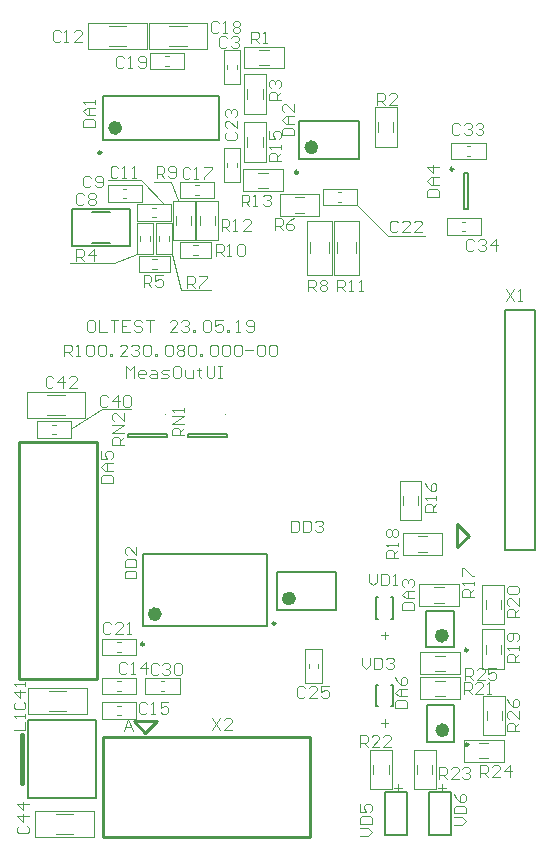
<source format=gto>
G04 Layer_Color=65535*
%FSLAX44Y44*%
%MOMM*%
G71*
G01*
G75*
%ADD36C,0.2000*%
%ADD52C,0.6000*%
%ADD53C,0.2500*%
%ADD54C,0.1000*%
%ADD55C,0.1524*%
%ADD56C,0.2540*%
%ADD57C,0.1270*%
%ADD58C,0.4000*%
D36*
X174000Y545500D02*
Y582500D01*
X76000Y545500D02*
Y582500D01*
X174000D01*
X76000Y545500D02*
X174000D01*
X321000Y66000D02*
Y84000D01*
X307000Y66000D02*
Y84000D01*
X319250D02*
X321000D01*
X319250Y66000D02*
X321000D01*
X307000Y84000D02*
X308750D01*
X307000Y66000D02*
X308750D01*
X321000Y140000D02*
Y158000D01*
X307000Y140000D02*
Y158000D01*
X319250D02*
X321000D01*
X319250Y140000D02*
X321000D01*
X307000Y158000D02*
X308750D01*
X307000Y140000D02*
X308750D01*
X273000Y147000D02*
Y179000D01*
X223000Y147000D02*
Y179000D01*
X273000D01*
X223000Y147000D02*
X273000D01*
X214500Y133750D02*
Y194250D01*
X109500Y133750D02*
Y194250D01*
X214500D01*
X109500Y133750D02*
X214500D01*
X372998Y35500D02*
Y66500D01*
X349997Y35500D02*
Y66500D01*
Y35500D02*
X372998D01*
X349997Y66500D02*
X372998D01*
X384500Y486500D02*
Y517500D01*
X381500Y486500D02*
Y517500D01*
Y486500D02*
X384500D01*
X381500Y517500D02*
X384500D01*
X372500Y115500D02*
Y146500D01*
X349500Y115500D02*
Y146500D01*
Y115500D02*
X372500D01*
X349500Y146500D02*
X372500D01*
X292000Y529000D02*
Y561000D01*
X242000Y529000D02*
Y561000D01*
X292000D01*
X242000Y529000D02*
X292000D01*
X66500Y484000D02*
X81500D01*
X66500Y458000D02*
X81500D01*
D52*
X89000Y555500D02*
G03*
X89000Y555500I-3000J0D01*
G01*
X236000Y157000D02*
G03*
X236000Y157000I-3000J0D01*
G01*
X122500Y143750D02*
G03*
X122500Y143750I-3000J0D01*
G01*
X365998Y45500D02*
G03*
X365998Y45500I-3000J0D01*
G01*
X365500Y125500D02*
G03*
X365500Y125500I-3000J0D01*
G01*
X255000Y539000D02*
G03*
X255000Y539000I-3000J0D01*
G01*
D53*
X74250Y534500D02*
G03*
X74250Y534500I-1250J0D01*
G01*
X221700Y135750D02*
G03*
X221700Y135750I-1250J0D01*
G01*
X110300Y118250D02*
G03*
X110300Y118250I-1250J0D01*
G01*
X384997Y33250D02*
G03*
X384997Y33250I-1250J0D01*
G01*
X372250Y520500D02*
G03*
X372250Y520500I-1250J0D01*
G01*
X384500Y113250D02*
G03*
X384500Y113250I-1250J0D01*
G01*
X240700Y517750D02*
G03*
X240700Y517750I-1250J0D01*
G01*
D54*
X179740Y312780D02*
G03*
X179740Y312780I-500J0D01*
G01*
X128740D02*
G03*
X128740Y312780I-500J0D01*
G01*
X75000Y317000D02*
X99000D01*
X49000Y301000D02*
X75000Y317000D01*
X32500Y304000D02*
X35500D01*
X32500Y296000D02*
X35500D01*
X19500Y293000D02*
Y307000D01*
Y293000D02*
X48500D01*
Y307000D01*
X19500D02*
X48500D01*
X400500Y54000D02*
Y62000D01*
X413500Y54000D02*
Y62000D01*
X397750Y74750D02*
X416250D01*
X397750Y41250D02*
Y74750D01*
Y41250D02*
X416250D01*
Y74750D01*
X356000Y153500D02*
X364000D01*
X356000Y166500D02*
X364000D01*
X343250Y150750D02*
Y169250D01*
Y150750D02*
X376750D01*
Y169250D01*
X343250D02*
X376750D01*
X357000Y108500D02*
X365000D01*
X357000Y95500D02*
X365000D01*
X377750Y92750D02*
Y111250D01*
X344250D02*
X377750D01*
X344250Y92750D02*
Y111250D01*
Y92750D02*
X377750D01*
X394000Y21500D02*
X402000D01*
X394000Y34500D02*
X402000D01*
X381250Y18750D02*
Y37250D01*
Y18750D02*
X414750D01*
Y37250D01*
X381250D02*
X414750D01*
X354500Y8000D02*
Y16000D01*
X341500Y8000D02*
Y16000D01*
X338750Y-4750D02*
X357250D01*
Y28750D01*
X338750D02*
X357250D01*
X338750Y-4750D02*
Y28750D01*
X317500Y8000D02*
Y16000D01*
X304500Y8000D02*
Y16000D01*
X301750Y-4750D02*
X320250D01*
Y28750D01*
X301750D02*
X320250D01*
X301750Y-4750D02*
Y28750D01*
X357000Y74500D02*
X365000D01*
X357000Y87500D02*
X365000D01*
X344250Y71750D02*
Y90250D01*
Y71750D02*
X377750D01*
Y90250D01*
X344250D02*
X377750D01*
X399500Y148000D02*
Y156000D01*
X412500Y148000D02*
Y156000D01*
X396750Y168750D02*
X415250D01*
X396750Y135250D02*
Y168750D01*
Y135250D02*
X415250D01*
Y168750D01*
X399500Y110000D02*
Y118000D01*
X412500Y110000D02*
Y118000D01*
X396750Y130750D02*
X415250D01*
X396750Y97250D02*
Y130750D01*
Y97250D02*
X415250D01*
Y130750D01*
X342000Y209500D02*
X350000D01*
X342000Y196500D02*
X350000D01*
X362750Y193750D02*
Y212250D01*
X329250D02*
X362750D01*
X329250Y193750D02*
Y212250D01*
Y193750D02*
X362750D01*
X342500Y236000D02*
Y244000D01*
X329500Y236000D02*
Y244000D01*
X326750Y223250D02*
X345250D01*
Y256750D01*
X326750D02*
X345250D01*
X326750Y223250D02*
Y256750D01*
X197753Y539500D02*
Y547500D01*
X210753Y539500D02*
Y547500D01*
X195003Y560250D02*
X213503D01*
X195003Y526750D02*
Y560250D01*
Y526750D02*
X213503D01*
Y560250D01*
X207000Y517500D02*
X215000D01*
X207000Y504500D02*
X215000D01*
X227750Y501750D02*
Y520250D01*
X194250D02*
X227750D01*
X194250Y501750D02*
Y520250D01*
Y501750D02*
X227750D01*
X170500Y473000D02*
Y481000D01*
X157500Y473000D02*
Y481000D01*
X154750Y460250D02*
X173250D01*
Y493750D01*
X154750D02*
X173250D01*
X154750Y460250D02*
Y493750D01*
X271250Y431000D02*
Y477000D01*
X292750D01*
Y431000D02*
Y477000D01*
X271250Y431000D02*
X292750D01*
X290250Y449500D02*
Y458500D01*
X273750Y449500D02*
Y458500D01*
X140750Y445250D02*
X167250D01*
X140750D02*
Y458750D01*
X167250D01*
Y445250D02*
Y458750D01*
X153000Y447750D02*
X155000D01*
X152000Y456250D02*
X156000D01*
X155000Y447750D02*
X156000D01*
X152000D02*
X153000D01*
X248250Y431000D02*
Y477000D01*
X269750D01*
Y431000D02*
Y477000D01*
X248250Y431000D02*
X269750D01*
X267250Y449500D02*
Y458500D01*
X250750Y449500D02*
Y458500D01*
X120250Y448750D02*
Y475250D01*
X133750D01*
Y448750D02*
Y475250D01*
X120250Y448750D02*
X133750D01*
X122750Y461000D02*
Y463000D01*
X131250Y460000D02*
Y464000D01*
X122750Y460000D02*
Y461000D01*
Y463000D02*
Y464000D01*
X238000Y496500D02*
X246000D01*
X238000Y483500D02*
X246000D01*
X258750Y480750D02*
Y499250D01*
X225250D02*
X258750D01*
X225250Y480750D02*
Y499250D01*
Y480750D02*
X258750D01*
X105750Y433250D02*
X132250D01*
X105750D02*
Y446750D01*
X132250D01*
Y433250D02*
Y446750D01*
X118000Y435750D02*
X120000D01*
X117000Y444250D02*
X121000D01*
X120000Y435750D02*
X121000D01*
X117000D02*
X118000D01*
X104250Y448750D02*
Y475250D01*
X117750D01*
Y448750D02*
Y475250D01*
X104250Y448750D02*
X117750D01*
X106750Y461000D02*
Y463000D01*
X115250Y460000D02*
Y464000D01*
X106750Y460000D02*
Y461000D01*
Y463000D02*
Y464000D01*
X210753Y580000D02*
Y588000D01*
X197752Y580000D02*
Y588000D01*
X195003Y567250D02*
X213503D01*
Y600750D01*
X195003D02*
X213503D01*
X195003Y567250D02*
Y600750D01*
X321500Y552000D02*
Y560000D01*
X308500Y552000D02*
Y560000D01*
X305750Y539250D02*
X324250D01*
Y572750D01*
X305750D02*
X324250D01*
X305750Y539250D02*
Y572750D01*
X208000Y621500D02*
X216000D01*
X208000Y608500D02*
X216000D01*
X228750Y605750D02*
Y624250D01*
X195250D02*
X228750D01*
X195250Y605750D02*
Y624250D01*
Y605750D02*
X228750D01*
X35500Y-25500D02*
X50500D01*
X35500Y-42500D02*
X50500D01*
X18250Y-45000D02*
Y-23000D01*
Y-45000D02*
X67750D01*
Y-23000D01*
X18250D02*
X67750D01*
X28500Y329500D02*
X43500D01*
X28500Y312500D02*
X43500D01*
X11250Y310000D02*
Y332000D01*
Y310000D02*
X60750D01*
Y332000D01*
X11250D02*
X60750D01*
X29500Y78500D02*
X44500D01*
X29500Y61500D02*
X44500D01*
X12250Y59000D02*
Y81000D01*
Y59000D02*
X61750D01*
Y81000D01*
X12250D02*
X61750D01*
X379500Y468000D02*
X382500D01*
X379500Y476000D02*
X382500D01*
X395500Y465000D02*
Y479000D01*
X366500D02*
X395500D01*
X366500Y465000D02*
Y479000D01*
Y465000D02*
X395500D01*
X383500Y532000D02*
X386500D01*
X383500Y540000D02*
X386500D01*
X399500Y529000D02*
Y543000D01*
X370500D02*
X399500D01*
X370500Y529000D02*
Y543000D01*
Y529000D02*
X399500D01*
X124500Y79000D02*
X127500D01*
X124500Y87000D02*
X127500D01*
X140500Y76000D02*
Y90000D01*
X111500D02*
X140500D01*
X111500Y76000D02*
Y90000D01*
Y76000D02*
X140500D01*
X250000Y98500D02*
Y101500D01*
X258000Y98500D02*
Y101500D01*
X247000Y85500D02*
X261000D01*
Y114500D01*
X247000D02*
X261000D01*
X247000Y85500D02*
Y114500D01*
X189000Y522500D02*
Y525500D01*
X181000Y522500D02*
Y525500D01*
X178000Y538500D02*
X192000D01*
X178000Y509500D02*
Y538500D01*
Y509500D02*
X192000D01*
Y538500D01*
X274500Y493000D02*
X277500D01*
X274500Y501000D02*
X277500D01*
X290500Y490000D02*
Y504000D01*
X261500D02*
X290500D01*
X261500Y490000D02*
Y504000D01*
Y490000D02*
X290500D01*
X87500Y120000D02*
X90500D01*
X87500Y112000D02*
X90500D01*
X74500Y109000D02*
Y123000D01*
Y109000D02*
X103500D01*
Y123000D01*
X74500D02*
X103500D01*
X128500Y608000D02*
X131500D01*
X128500Y616000D02*
X131500D01*
X144500Y605000D02*
Y619000D01*
X115500D02*
X144500D01*
X115500Y605000D02*
Y619000D01*
Y605000D02*
X144500D01*
X131500Y624500D02*
X146500D01*
X131500Y641500D02*
X146500D01*
X163750Y622000D02*
Y644000D01*
X114250D02*
X163750D01*
X114250Y622000D02*
Y644000D01*
Y622000D02*
X163750D01*
X153500Y499000D02*
X156500D01*
X153500Y507000D02*
X156500D01*
X169500Y496000D02*
Y510000D01*
X140500D02*
X169500D01*
X140500Y496000D02*
Y510000D01*
Y496000D02*
X169500D01*
X87500Y66000D02*
X90500D01*
X87500Y58000D02*
X90500D01*
X74500Y55000D02*
Y69000D01*
Y55000D02*
X103500D01*
Y69000D01*
X74500D02*
X103500D01*
X87500Y87000D02*
X90500D01*
X87500Y79000D02*
X90500D01*
X74500Y76000D02*
Y90000D01*
Y76000D02*
X103500D01*
Y90000D01*
X74500D02*
X103500D01*
X80500Y624500D02*
X95500D01*
X80500Y641500D02*
X95500D01*
X112750Y622000D02*
Y644000D01*
X63250D02*
X112750D01*
X63250Y622000D02*
Y644000D01*
Y622000D02*
X112750D01*
X117500Y480000D02*
X120500D01*
X117500Y488000D02*
X120500D01*
X133500Y477000D02*
Y491000D01*
X104500D02*
X133500D01*
X104500Y477000D02*
Y491000D01*
Y477000D02*
X133500D01*
X92500Y496000D02*
X95500D01*
X92500Y504000D02*
X95500D01*
X108500Y493000D02*
Y507000D01*
X79500D02*
X108500D01*
X79500Y493000D02*
Y507000D01*
Y493000D02*
X108500D01*
X181000Y605500D02*
Y608500D01*
X189000Y605500D02*
Y608500D01*
X178000Y592500D02*
X192000D01*
Y621500D01*
X178000D02*
X192000D01*
X178000Y592500D02*
Y621500D01*
X150500Y473000D02*
Y481000D01*
X137500Y473000D02*
Y481000D01*
X134750Y460250D02*
X153250D01*
Y493750D01*
X134750D02*
X153250D01*
X134750Y460250D02*
Y493750D01*
X317000Y464000D02*
X348000D01*
X290500Y490000D02*
X317000Y464000D01*
X80000Y511000D02*
X108000D01*
X127000Y491000D01*
X48000Y441000D02*
X85000D01*
X104250Y448750D01*
X133750D02*
X142000Y418000D01*
X167000D01*
X133000Y510000D02*
X138919Y493970D01*
X119000Y510000D02*
X133000D01*
X59003Y556000D02*
X69000D01*
Y560998D01*
X67334Y562664D01*
X60669D01*
X59003Y560998D01*
Y556000D01*
X69000Y565997D02*
X62336D01*
X59003Y569329D01*
X62336Y572661D01*
X69000D01*
X64002D01*
Y565997D01*
X69000Y575994D02*
Y579326D01*
Y577660D01*
X59003D01*
X60669Y575994D01*
X428000Y45000D02*
X418003D01*
Y49998D01*
X419669Y51665D01*
X423002D01*
X424668Y49998D01*
Y45000D01*
Y48332D02*
X428000Y51665D01*
Y61661D02*
Y54997D01*
X421335Y61661D01*
X419669D01*
X418003Y59995D01*
Y56663D01*
X419669Y54997D01*
X418003Y71658D02*
X419669Y68326D01*
X423002Y64994D01*
X426334D01*
X428000Y66660D01*
Y69992D01*
X426334Y71658D01*
X424668D01*
X423002Y69992D01*
Y64994D01*
X390000Y158000D02*
X380003D01*
Y162998D01*
X381669Y164664D01*
X385002D01*
X386668Y162998D01*
Y158000D01*
Y161332D02*
X390000Y164664D01*
Y167997D02*
Y171329D01*
Y169663D01*
X380003D01*
X381669Y167997D01*
X380003Y176327D02*
Y182992D01*
X381669D01*
X388334Y176327D01*
X390000D01*
X144000Y295000D02*
X134003D01*
Y299998D01*
X135669Y301665D01*
X139002D01*
X140668Y299998D01*
Y295000D01*
Y298332D02*
X144000Y301665D01*
Y304997D02*
X134003D01*
X144000Y311661D01*
X134003D01*
X144000Y314994D02*
Y318326D01*
Y316660D01*
X134003D01*
X135669Y314994D01*
X417000Y418997D02*
X423665Y409000D01*
Y418997D02*
X417000Y409000D01*
X426997D02*
X430329D01*
X428663D01*
Y418997D01*
X426997Y417331D01*
X373003Y-35000D02*
X379668D01*
X383000Y-31668D01*
X379668Y-28335D01*
X373003D01*
Y-25003D02*
X383000D01*
Y-20005D01*
X381334Y-18339D01*
X374669D01*
X373003Y-20005D01*
Y-25003D01*
Y-8342D02*
X374669Y-11674D01*
X378002Y-15006D01*
X381334D01*
X383000Y-13340D01*
Y-10008D01*
X381334Y-8342D01*
X379668D01*
X378002Y-10008D01*
Y-15006D01*
X293003Y-44000D02*
X299668D01*
X303000Y-40668D01*
X299668Y-37336D01*
X293003D01*
Y-34003D02*
X303000D01*
Y-29005D01*
X301334Y-27339D01*
X294669D01*
X293003Y-29005D01*
Y-34003D01*
Y-17342D02*
Y-24006D01*
X298002D01*
X296336Y-20674D01*
Y-19008D01*
X298002Y-17342D01*
X301334D01*
X303000Y-19008D01*
Y-22340D01*
X301334Y-24006D01*
X295000Y106997D02*
Y100332D01*
X298332Y97000D01*
X301665Y100332D01*
Y106997D01*
X304997D02*
Y97000D01*
X309995D01*
X311661Y98666D01*
Y105331D01*
X309995Y106997D01*
X304997D01*
X314994Y105331D02*
X316660Y106997D01*
X319992D01*
X321658Y105331D01*
Y103665D01*
X319992Y101998D01*
X318326D01*
X319992D01*
X321658Y100332D01*
Y98666D01*
X319992Y97000D01*
X316660D01*
X314994Y98666D01*
X301000Y177997D02*
Y171332D01*
X304332Y168000D01*
X307665Y171332D01*
Y177997D01*
X310997D02*
Y168000D01*
X315995D01*
X317661Y169666D01*
Y176331D01*
X315995Y177997D01*
X310997D01*
X320994Y168000D02*
X324326D01*
X322660D01*
Y177997D01*
X320994Y176331D01*
X93000Y287000D02*
X83003D01*
Y291998D01*
X84669Y293664D01*
X88002D01*
X89668Y291998D01*
Y287000D01*
Y290332D02*
X93000Y293664D01*
Y296997D02*
X83003D01*
X93000Y303661D01*
X83003D01*
X93000Y313658D02*
Y306994D01*
X86335Y313658D01*
X84669D01*
X83003Y311992D01*
Y308660D01*
X84669Y306994D01*
X382000Y88000D02*
Y97997D01*
X386998D01*
X388665Y96331D01*
Y92998D01*
X386998Y91332D01*
X382000D01*
X385332D02*
X388665Y88000D01*
X398661D02*
X391997D01*
X398661Y94664D01*
Y96331D01*
X396995Y97997D01*
X393663D01*
X391997Y96331D01*
X408658Y97997D02*
X401994D01*
Y92998D01*
X405326Y94664D01*
X406992D01*
X408658Y92998D01*
Y89666D01*
X406992Y88000D01*
X403660D01*
X401994Y89666D01*
X395000Y6000D02*
Y15997D01*
X399998D01*
X401665Y14331D01*
Y10998D01*
X399998Y9332D01*
X395000D01*
X398332D02*
X401665Y6000D01*
X411661D02*
X404997D01*
X411661Y12665D01*
Y14331D01*
X409995Y15997D01*
X406663D01*
X404997Y14331D01*
X419992Y6000D02*
Y15997D01*
X414994Y10998D01*
X421658D01*
X360000Y4000D02*
Y13997D01*
X364998D01*
X366665Y12331D01*
Y8998D01*
X364998Y7332D01*
X360000D01*
X363332D02*
X366665Y4000D01*
X376661D02*
X369997D01*
X376661Y10664D01*
Y12331D01*
X374995Y13997D01*
X371663D01*
X369997Y12331D01*
X379994D02*
X381660Y13997D01*
X384992D01*
X386658Y12331D01*
Y10664D01*
X384992Y8998D01*
X383326D01*
X384992D01*
X386658Y7332D01*
Y5666D01*
X384992Y4000D01*
X381660D01*
X379994Y5666D01*
X293000Y31000D02*
Y40997D01*
X297998D01*
X299664Y39331D01*
Y35998D01*
X297998Y34332D01*
X293000D01*
X296332D02*
X299664Y31000D01*
X309661D02*
X302997D01*
X309661Y37664D01*
Y39331D01*
X307995Y40997D01*
X304663D01*
X302997Y39331D01*
X319658Y31000D02*
X312994D01*
X319658Y37664D01*
Y39331D01*
X317992Y40997D01*
X314660D01*
X312994Y39331D01*
X381000Y76000D02*
Y85997D01*
X385998D01*
X387664Y84331D01*
Y80998D01*
X385998Y79332D01*
X381000D01*
X384332D02*
X387664Y76000D01*
X397661D02*
X390997D01*
X397661Y82664D01*
Y84331D01*
X395995Y85997D01*
X392663D01*
X390997Y84331D01*
X400994Y76000D02*
X404326D01*
X402660D01*
Y85997D01*
X400994Y84331D01*
X428000Y141000D02*
X418003D01*
Y145998D01*
X419669Y147664D01*
X423002D01*
X424668Y145998D01*
Y141000D01*
Y144332D02*
X428000Y147664D01*
Y157661D02*
Y150997D01*
X421335Y157661D01*
X419669D01*
X418003Y155995D01*
Y152663D01*
X419669Y150997D01*
Y160994D02*
X418003Y162660D01*
Y165992D01*
X419669Y167658D01*
X426334D01*
X428000Y165992D01*
Y162660D01*
X426334Y160994D01*
X419669D01*
X428000Y103000D02*
X418003D01*
Y107998D01*
X419669Y109664D01*
X423002D01*
X424668Y107998D01*
Y103000D01*
Y106332D02*
X428000Y109664D01*
Y112997D02*
Y116329D01*
Y114663D01*
X418003D01*
X419669Y112997D01*
X426334Y121327D02*
X428000Y122994D01*
Y126326D01*
X426334Y127992D01*
X419669D01*
X418003Y126326D01*
Y122994D01*
X419669Y121327D01*
X421335D01*
X423002Y122994D01*
Y127992D01*
X325000Y191000D02*
X315003D01*
Y195998D01*
X316669Y197665D01*
X320002D01*
X321668Y195998D01*
Y191000D01*
Y194332D02*
X325000Y197665D01*
Y200997D02*
Y204329D01*
Y202663D01*
X315003D01*
X316669Y200997D01*
Y209327D02*
X315003Y210994D01*
Y214326D01*
X316669Y215992D01*
X318335D01*
X320002Y214326D01*
X321668Y215992D01*
X323334D01*
X325000Y214326D01*
Y210994D01*
X323334Y209327D01*
X321668D01*
X320002Y210994D01*
X318335Y209327D01*
X316669D01*
X320002Y210994D02*
Y214326D01*
X358000Y230000D02*
X348003D01*
Y234998D01*
X349669Y236665D01*
X353002D01*
X354668Y234998D01*
Y230000D01*
Y233332D02*
X358000Y236665D01*
Y239997D02*
Y243329D01*
Y241663D01*
X348003D01*
X349669Y239997D01*
X348003Y254992D02*
X349669Y251660D01*
X353002Y248327D01*
X356334D01*
X358000Y249994D01*
Y253326D01*
X356334Y254992D01*
X354668D01*
X353002Y253326D01*
Y248327D01*
X226000Y527500D02*
X216003D01*
Y532498D01*
X217669Y534165D01*
X221002D01*
X222668Y532498D01*
Y527500D01*
Y530832D02*
X226000Y534165D01*
Y537497D02*
Y540829D01*
Y539163D01*
X216003D01*
X217669Y537497D01*
X216003Y552492D02*
Y545827D01*
X221002D01*
X219335Y549160D01*
Y550826D01*
X221002Y552492D01*
X224334D01*
X226000Y550826D01*
Y547494D01*
X224334Y545827D01*
X193000Y489000D02*
Y498997D01*
X197998D01*
X199664Y497331D01*
Y493998D01*
X197998Y492332D01*
X193000D01*
X196332D02*
X199664Y489000D01*
X202997D02*
X206329D01*
X204663D01*
Y498997D01*
X202997Y497331D01*
X211327D02*
X212994Y498997D01*
X216326D01*
X217992Y497331D01*
Y495664D01*
X216326Y493998D01*
X214660D01*
X216326D01*
X217992Y492332D01*
Y490666D01*
X216326Y489000D01*
X212994D01*
X211327Y490666D01*
X176000Y468000D02*
Y477997D01*
X180998D01*
X182665Y476331D01*
Y472998D01*
X180998Y471332D01*
X176000D01*
X179332D02*
X182665Y468000D01*
X185997D02*
X189329D01*
X187663D01*
Y477997D01*
X185997Y476331D01*
X200992Y468000D02*
X194327D01*
X200992Y474664D01*
Y476331D01*
X199326Y477997D01*
X195994D01*
X194327Y476331D01*
X274000Y417000D02*
Y426997D01*
X278998D01*
X280665Y425331D01*
Y421998D01*
X278998Y420332D01*
X274000D01*
X277332D02*
X280665Y417000D01*
X283997D02*
X287329D01*
X285663D01*
Y426997D01*
X283997Y425331D01*
X292327Y417000D02*
X295660D01*
X293994D01*
Y426997D01*
X292327Y425331D01*
X171000Y447000D02*
Y456997D01*
X175998D01*
X177665Y455331D01*
Y451998D01*
X175998Y450332D01*
X171000D01*
X174332D02*
X177665Y447000D01*
X180997D02*
X184329D01*
X182663D01*
Y456997D01*
X180997Y455331D01*
X189327D02*
X190993Y456997D01*
X194326D01*
X195992Y455331D01*
Y448666D01*
X194326Y447000D01*
X190993D01*
X189327Y448666D01*
Y455331D01*
X249000Y417000D02*
Y426997D01*
X253998D01*
X255665Y425331D01*
Y421998D01*
X253998Y420332D01*
X249000D01*
X252332D02*
X255665Y417000D01*
X258997Y425331D02*
X260663Y426997D01*
X263995D01*
X265661Y425331D01*
Y423665D01*
X263995Y421998D01*
X265661Y420332D01*
Y418666D01*
X263995Y417000D01*
X260663D01*
X258997Y418666D01*
Y420332D01*
X260663Y421998D01*
X258997Y423665D01*
Y425331D01*
X260663Y421998D02*
X263995D01*
X147000Y420000D02*
Y429997D01*
X151998D01*
X153665Y428331D01*
Y424998D01*
X151998Y423332D01*
X147000D01*
X150332D02*
X153665Y420000D01*
X156997Y429997D02*
X163661D01*
Y428331D01*
X156997Y421666D01*
Y420000D01*
X221000Y469000D02*
Y478997D01*
X225998D01*
X227665Y477331D01*
Y473998D01*
X225998Y472332D01*
X221000D01*
X224332D02*
X227665Y469000D01*
X237661Y478997D02*
X234329Y477331D01*
X230997Y473998D01*
Y470666D01*
X232663Y469000D01*
X235995D01*
X237661Y470666D01*
Y472332D01*
X235995Y473998D01*
X230997D01*
X110000Y421000D02*
Y430997D01*
X114998D01*
X116664Y429331D01*
Y425998D01*
X114998Y424332D01*
X110000D01*
X113332D02*
X116664Y421000D01*
X126661Y430997D02*
X119997D01*
Y425998D01*
X123329Y427664D01*
X124995D01*
X126661Y425998D01*
Y422666D01*
X124995Y421000D01*
X121663D01*
X119997Y422666D01*
X53000Y443000D02*
Y452997D01*
X57998D01*
X59665Y451331D01*
Y447998D01*
X57998Y446332D01*
X53000D01*
X56332D02*
X59665Y443000D01*
X67995D02*
Y452997D01*
X62997Y447998D01*
X69661D01*
X226000Y579000D02*
X216003D01*
Y583998D01*
X217669Y585664D01*
X221002D01*
X222668Y583998D01*
Y579000D01*
Y582332D02*
X226000Y585664D01*
X217669Y588997D02*
X216003Y590663D01*
Y593995D01*
X217669Y595661D01*
X219335D01*
X221002Y593995D01*
Y592329D01*
Y593995D01*
X222668Y595661D01*
X224334D01*
X226000Y593995D01*
Y590663D01*
X224334Y588997D01*
X308000Y575000D02*
Y584997D01*
X312998D01*
X314664Y583331D01*
Y579998D01*
X312998Y578332D01*
X308000D01*
X311332D02*
X314664Y575000D01*
X324661D02*
X317997D01*
X324661Y581665D01*
Y583331D01*
X322995Y584997D01*
X319663D01*
X317997Y583331D01*
X201000Y627000D02*
Y636997D01*
X205998D01*
X207665Y635331D01*
Y631998D01*
X205998Y630332D01*
X201000D01*
X204332D02*
X207665Y627000D01*
X210997D02*
X214329D01*
X212663D01*
Y636997D01*
X210997Y635331D01*
X3Y46000D02*
X10000D01*
Y52664D01*
Y55997D02*
Y59329D01*
Y57663D01*
X3D01*
X1669Y55997D01*
X235000Y222997D02*
Y213000D01*
X239998D01*
X241665Y214666D01*
Y221331D01*
X239998Y222997D01*
X235000D01*
X244997D02*
Y213000D01*
X249995D01*
X251661Y214666D01*
Y221331D01*
X249995Y222997D01*
X244997D01*
X254994Y221331D02*
X256660Y222997D01*
X259992D01*
X261658Y221331D01*
Y219664D01*
X259992Y217998D01*
X258326D01*
X259992D01*
X261658Y216332D01*
Y214666D01*
X259992Y213000D01*
X256660D01*
X254994Y214666D01*
X94003Y174000D02*
X104000D01*
Y178998D01*
X102334Y180665D01*
X95669D01*
X94003Y178998D01*
Y174000D01*
Y183997D02*
X104000D01*
Y188995D01*
X102334Y190661D01*
X95669D01*
X94003Y188995D01*
Y183997D01*
X104000Y200658D02*
Y193994D01*
X97336Y200658D01*
X95669D01*
X94003Y198992D01*
Y195660D01*
X95669Y193994D01*
X323003Y64000D02*
X333000D01*
Y68998D01*
X331334Y70665D01*
X324669D01*
X323003Y68998D01*
Y64000D01*
X333000Y73997D02*
X326335D01*
X323003Y77329D01*
X326335Y80661D01*
X333000D01*
X328002D01*
Y73997D01*
X323003Y90658D02*
X324669Y87326D01*
X328002Y83994D01*
X331334D01*
X333000Y85660D01*
Y88992D01*
X331334Y90658D01*
X329668D01*
X328002Y88992D01*
Y83994D01*
X74003Y255000D02*
X84000D01*
Y259998D01*
X82334Y261665D01*
X75669D01*
X74003Y259998D01*
Y255000D01*
X84000Y264997D02*
X77336D01*
X74003Y268329D01*
X77336Y271661D01*
X84000D01*
X79002D01*
Y264997D01*
X74003Y281658D02*
Y274994D01*
X79002D01*
X77336Y278326D01*
Y279992D01*
X79002Y281658D01*
X82334D01*
X84000Y279992D01*
Y276660D01*
X82334Y274994D01*
X350003Y497000D02*
X360000D01*
Y501998D01*
X358334Y503665D01*
X351669D01*
X350003Y501998D01*
Y497000D01*
X360000Y506997D02*
X353335D01*
X350003Y510329D01*
X353335Y513661D01*
X360000D01*
X355002D01*
Y506997D01*
X360000Y521992D02*
X350003D01*
X355002Y516994D01*
Y523658D01*
X329003Y147000D02*
X339000D01*
Y151998D01*
X337334Y153665D01*
X330669D01*
X329003Y151998D01*
Y147000D01*
X339000Y156997D02*
X332336D01*
X329003Y160329D01*
X332336Y163661D01*
X339000D01*
X334002D01*
Y156997D01*
X330669Y166994D02*
X329003Y168660D01*
Y171992D01*
X330669Y173658D01*
X332336D01*
X334002Y171992D01*
Y170326D01*
Y171992D01*
X335668Y173658D01*
X337334D01*
X339000Y171992D01*
Y168660D01*
X337334Y166994D01*
X227003Y549000D02*
X237000D01*
Y553998D01*
X235334Y555664D01*
X228669D01*
X227003Y553998D01*
Y549000D01*
X237000Y558997D02*
X230336D01*
X227003Y562329D01*
X230336Y565661D01*
X237000D01*
X232002D01*
Y558997D01*
X237000Y575658D02*
Y568994D01*
X230336Y575658D01*
X228669D01*
X227003Y573992D01*
Y570660D01*
X228669Y568994D01*
X4669Y-35336D02*
X3003Y-37002D01*
Y-40334D01*
X4669Y-42000D01*
X11334D01*
X13000Y-40334D01*
Y-37002D01*
X11334Y-35336D01*
X13000Y-27005D02*
X3003D01*
X8002Y-32003D01*
Y-25339D01*
X13000Y-17008D02*
X3003D01*
X8002Y-22006D01*
Y-15342D01*
X33665Y343331D02*
X31998Y344997D01*
X28666D01*
X27000Y343331D01*
Y336666D01*
X28666Y335000D01*
X31998D01*
X33665Y336666D01*
X41995Y335000D02*
Y344997D01*
X36997Y339998D01*
X43661D01*
X53658Y335000D02*
X46994D01*
X53658Y341665D01*
Y343331D01*
X51992Y344997D01*
X48660D01*
X46994Y343331D01*
X1669Y69665D02*
X3Y67998D01*
Y64666D01*
X1669Y63000D01*
X8334D01*
X10000Y64666D01*
Y67998D01*
X8334Y69665D01*
X10000Y77995D02*
X3D01*
X5002Y72997D01*
Y79661D01*
X10000Y82994D02*
Y86326D01*
Y84660D01*
X3D01*
X1669Y82994D01*
X79665Y327331D02*
X77998Y328997D01*
X74666D01*
X73000Y327331D01*
Y320666D01*
X74666Y319000D01*
X77998D01*
X79665Y320666D01*
X87995Y319000D02*
Y328997D01*
X82997Y323998D01*
X89661D01*
X92994Y327331D02*
X94660Y328997D01*
X97992D01*
X99658Y327331D01*
Y320666D01*
X97992Y319000D01*
X94660D01*
X92994Y320666D01*
Y327331D01*
X389664Y459331D02*
X387998Y460997D01*
X384666D01*
X383000Y459331D01*
Y452666D01*
X384666Y451000D01*
X387998D01*
X389664Y452666D01*
X392997Y459331D02*
X394663Y460997D01*
X397995D01*
X399661Y459331D01*
Y457664D01*
X397995Y455998D01*
X396329D01*
X397995D01*
X399661Y454332D01*
Y452666D01*
X397995Y451000D01*
X394663D01*
X392997Y452666D01*
X407992Y451000D02*
Y460997D01*
X402994Y455998D01*
X409658D01*
X377733Y557999D02*
X376066Y559665D01*
X372734D01*
X371068Y557999D01*
Y551334D01*
X372734Y549668D01*
X376066D01*
X377733Y551334D01*
X381065Y557999D02*
X382731Y559665D01*
X386063D01*
X387729Y557999D01*
Y556333D01*
X386063Y554666D01*
X384397D01*
X386063D01*
X387729Y553000D01*
Y551334D01*
X386063Y549668D01*
X382731D01*
X381065Y551334D01*
X391062Y557999D02*
X392728Y559665D01*
X396060D01*
X397726Y557999D01*
Y556333D01*
X396060Y554666D01*
X394394D01*
X396060D01*
X397726Y553000D01*
Y551334D01*
X396060Y549668D01*
X392728D01*
X391062Y551334D01*
X122664Y100331D02*
X120998Y101997D01*
X117666D01*
X116000Y100331D01*
Y93666D01*
X117666Y92000D01*
X120998D01*
X122664Y93666D01*
X125997Y100331D02*
X127663Y101997D01*
X130995D01*
X132661Y100331D01*
Y98665D01*
X130995Y96998D01*
X129329D01*
X130995D01*
X132661Y95332D01*
Y93666D01*
X130995Y92000D01*
X127663D01*
X125997Y93666D01*
X135994Y100331D02*
X137660Y101997D01*
X140992D01*
X142658Y100331D01*
Y93666D01*
X140992Y92000D01*
X137660D01*
X135994Y93666D01*
Y100331D01*
X246665Y81331D02*
X244998Y82997D01*
X241666D01*
X240000Y81331D01*
Y74666D01*
X241666Y73000D01*
X244998D01*
X246665Y74666D01*
X256661Y73000D02*
X249997D01*
X256661Y79665D01*
Y81331D01*
X254995Y82997D01*
X251663D01*
X249997Y81331D01*
X266658Y82997D02*
X259994D01*
Y77998D01*
X263326Y79665D01*
X264992D01*
X266658Y77998D01*
Y74666D01*
X264992Y73000D01*
X261660D01*
X259994Y74666D01*
X180669Y551665D02*
X179003Y549998D01*
Y546666D01*
X180669Y545000D01*
X187334D01*
X189000Y546666D01*
Y549998D01*
X187334Y551665D01*
X189000Y561661D02*
Y554997D01*
X182335Y561661D01*
X180669D01*
X179003Y559995D01*
Y556663D01*
X180669Y554997D01*
Y564994D02*
X179003Y566660D01*
Y569992D01*
X180669Y571658D01*
X182335D01*
X184002Y569992D01*
Y568326D01*
Y569992D01*
X185668Y571658D01*
X187334D01*
X189000Y569992D01*
Y566660D01*
X187334Y564994D01*
X325664Y475331D02*
X323998Y476997D01*
X320666D01*
X319000Y475331D01*
Y468666D01*
X320666Y467000D01*
X323998D01*
X325664Y468666D01*
X335661Y467000D02*
X328997D01*
X335661Y473665D01*
Y475331D01*
X333995Y476997D01*
X330663D01*
X328997Y475331D01*
X345658Y467000D02*
X338994D01*
X345658Y473665D01*
Y475331D01*
X343992Y476997D01*
X340660D01*
X338994Y475331D01*
X82664Y135331D02*
X80998Y136997D01*
X77666D01*
X76000Y135331D01*
Y128666D01*
X77666Y127000D01*
X80998D01*
X82664Y128666D01*
X92661Y127000D02*
X85997D01*
X92661Y133665D01*
Y135331D01*
X90995Y136997D01*
X87663D01*
X85997Y135331D01*
X95994Y127000D02*
X99326D01*
X97660D01*
Y136997D01*
X95994Y135331D01*
X93665Y614331D02*
X91998Y615997D01*
X88666D01*
X87000Y614331D01*
Y607666D01*
X88666Y606000D01*
X91998D01*
X93665Y607666D01*
X96997Y606000D02*
X100329D01*
X98663D01*
Y615997D01*
X96997Y614331D01*
X105327Y607666D02*
X106994Y606000D01*
X110326D01*
X111992Y607666D01*
Y614331D01*
X110326Y615997D01*
X106994D01*
X105327Y614331D01*
Y612664D01*
X106994Y610998D01*
X111992D01*
X173664Y644331D02*
X171998Y645997D01*
X168666D01*
X167000Y644331D01*
Y637666D01*
X168666Y636000D01*
X171998D01*
X173664Y637666D01*
X176997Y636000D02*
X180329D01*
X178663D01*
Y645997D01*
X176997Y644331D01*
X185327D02*
X186994Y645997D01*
X190326D01*
X191992Y644331D01*
Y642664D01*
X190326Y640998D01*
X191992Y639332D01*
Y637666D01*
X190326Y636000D01*
X186994D01*
X185327Y637666D01*
Y639332D01*
X186994Y640998D01*
X185327Y642664D01*
Y644331D01*
X186994Y640998D02*
X190326D01*
X149664Y520331D02*
X147998Y521997D01*
X144666D01*
X143000Y520331D01*
Y513666D01*
X144666Y512000D01*
X147998D01*
X149664Y513666D01*
X152997Y512000D02*
X156329D01*
X154663D01*
Y521997D01*
X152997Y520331D01*
X161327Y521997D02*
X167992D01*
Y520331D01*
X161327Y513666D01*
Y512000D01*
X112664Y67331D02*
X110998Y68997D01*
X107666D01*
X106000Y67331D01*
Y60666D01*
X107666Y59000D01*
X110998D01*
X112664Y60666D01*
X115997Y59000D02*
X119329D01*
X117663D01*
Y68997D01*
X115997Y67331D01*
X130992Y68997D02*
X124327D01*
Y63998D01*
X127660Y65665D01*
X129326D01*
X130992Y63998D01*
Y60666D01*
X129326Y59000D01*
X125994D01*
X124327Y60666D01*
X95665Y101331D02*
X93998Y102997D01*
X90666D01*
X89000Y101331D01*
Y94666D01*
X90666Y93000D01*
X93998D01*
X95665Y94666D01*
X98997Y93000D02*
X102329D01*
X100663D01*
Y102997D01*
X98997Y101331D01*
X112326Y93000D02*
Y102997D01*
X107327Y97998D01*
X113992D01*
X39664Y636331D02*
X37998Y637997D01*
X34666D01*
X33000Y636331D01*
Y629666D01*
X34666Y628000D01*
X37998D01*
X39664Y629666D01*
X42997Y628000D02*
X46329D01*
X44663D01*
Y637997D01*
X42997Y636331D01*
X57992Y628000D02*
X51327D01*
X57992Y634664D01*
Y636331D01*
X56326Y637997D01*
X52994D01*
X51327Y636331D01*
X88665Y521331D02*
X86998Y522997D01*
X83666D01*
X82000Y521331D01*
Y514666D01*
X83666Y513000D01*
X86998D01*
X88665Y514666D01*
X91997Y513000D02*
X95329D01*
X93663D01*
Y522997D01*
X91997Y521331D01*
X100327Y513000D02*
X103660D01*
X101994D01*
Y522997D01*
X100327Y521331D01*
X65665Y513331D02*
X63998Y514997D01*
X60666D01*
X59000Y513331D01*
Y506666D01*
X60666Y505000D01*
X63998D01*
X65665Y506666D01*
X68997D02*
X70663Y505000D01*
X73995D01*
X75661Y506666D01*
Y513331D01*
X73995Y514997D01*
X70663D01*
X68997Y513331D01*
Y511665D01*
X70663Y509998D01*
X75661D01*
X59665Y498331D02*
X57998Y499997D01*
X54666D01*
X53000Y498331D01*
Y491666D01*
X54666Y490000D01*
X57998D01*
X59665Y491666D01*
X62997Y498331D02*
X64663Y499997D01*
X67995D01*
X69661Y498331D01*
Y496665D01*
X67995Y494998D01*
X69661Y493332D01*
Y491666D01*
X67995Y490000D01*
X64663D01*
X62997Y491666D01*
Y493332D01*
X64663Y494998D01*
X62997Y496665D01*
Y498331D01*
X64663Y494998D02*
X67995D01*
X180665Y631331D02*
X178998Y632997D01*
X175666D01*
X174000Y631331D01*
Y624666D01*
X175666Y623000D01*
X178998D01*
X180665Y624666D01*
X183997Y631331D02*
X185663Y632997D01*
X188995D01*
X190661Y631331D01*
Y629664D01*
X188995Y627998D01*
X187329D01*
X188995D01*
X190661Y626332D01*
Y624666D01*
X188995Y623000D01*
X185663D01*
X183997Y624666D01*
X168000Y55997D02*
X174664Y46000D01*
Y55997D02*
X168000Y46000D01*
X184661D02*
X177997D01*
X184661Y52664D01*
Y54331D01*
X182995Y55997D01*
X179663D01*
X177997Y54331D01*
X121000Y513000D02*
Y522997D01*
X125998D01*
X127664Y521331D01*
Y517998D01*
X125998Y516332D01*
X121000D01*
X124332D02*
X127664Y513000D01*
X130997Y514666D02*
X132663Y513000D01*
X135995D01*
X137661Y514666D01*
Y521331D01*
X135995Y522997D01*
X132663D01*
X130997Y521331D01*
Y519664D01*
X132663Y517998D01*
X137661D01*
X362748Y0D02*
Y-6665D01*
X366081Y-3332D02*
X359416D01*
X325748Y-0D02*
Y-6665D01*
X329081Y-3332D02*
X322416D01*
X313998Y55000D02*
Y48335D01*
X317331Y51668D02*
X310666D01*
X313998Y129000D02*
Y122336D01*
X317331Y125668D02*
X310666D01*
X100617Y45000D02*
X96809Y54998D01*
X93000Y45000D01*
X94428Y48333D02*
X99189D01*
X43000Y362000D02*
Y371997D01*
X47998D01*
X49665Y370331D01*
Y366998D01*
X47998Y365332D01*
X43000D01*
X46332D02*
X49665Y362000D01*
X52997D02*
X56329D01*
X54663D01*
Y371997D01*
X52997Y370331D01*
X61327D02*
X62993Y371997D01*
X66326D01*
X67992Y370331D01*
Y363666D01*
X66326Y362000D01*
X62993D01*
X61327Y363666D01*
Y370331D01*
X71324D02*
X72990Y371997D01*
X76323D01*
X77989Y370331D01*
Y363666D01*
X76323Y362000D01*
X72990D01*
X71324Y363666D01*
Y370331D01*
X81321Y362000D02*
Y363666D01*
X82987D01*
Y362000D01*
X81321D01*
X96316D02*
X89652D01*
X96316Y368665D01*
Y370331D01*
X94650Y371997D01*
X91318D01*
X89652Y370331D01*
X99648D02*
X101314Y371997D01*
X104647D01*
X106313Y370331D01*
Y368665D01*
X104647Y366998D01*
X102981D01*
X104647D01*
X106313Y365332D01*
Y363666D01*
X104647Y362000D01*
X101314D01*
X99648Y363666D01*
X109645Y370331D02*
X111311Y371997D01*
X114644D01*
X116310Y370331D01*
Y363666D01*
X114644Y362000D01*
X111311D01*
X109645Y363666D01*
Y370331D01*
X119642Y362000D02*
Y363666D01*
X121308D01*
Y362000D01*
X119642D01*
X127973Y370331D02*
X129639Y371997D01*
X132971D01*
X134637Y370331D01*
Y363666D01*
X132971Y362000D01*
X129639D01*
X127973Y363666D01*
Y370331D01*
X137969D02*
X139635Y371997D01*
X142968D01*
X144634Y370331D01*
Y368665D01*
X142968Y366998D01*
X144634Y365332D01*
Y363666D01*
X142968Y362000D01*
X139635D01*
X137969Y363666D01*
Y365332D01*
X139635Y366998D01*
X137969Y368665D01*
Y370331D01*
X139635Y366998D02*
X142968D01*
X147966Y370331D02*
X149632Y371997D01*
X152964D01*
X154631Y370331D01*
Y363666D01*
X152964Y362000D01*
X149632D01*
X147966Y363666D01*
Y370331D01*
X157963Y362000D02*
Y363666D01*
X159629D01*
Y362000D01*
X157963D01*
X166294Y370331D02*
X167960Y371997D01*
X171292D01*
X172958Y370331D01*
Y363666D01*
X171292Y362000D01*
X167960D01*
X166294Y363666D01*
Y370331D01*
X176290D02*
X177957Y371997D01*
X181289D01*
X182955Y370331D01*
Y363666D01*
X181289Y362000D01*
X177957D01*
X176290Y363666D01*
Y370331D01*
X186287D02*
X187953Y371997D01*
X191285D01*
X192952Y370331D01*
Y363666D01*
X191285Y362000D01*
X187953D01*
X186287Y363666D01*
Y370331D01*
X196284Y366998D02*
X202948D01*
X206281Y370331D02*
X207947Y371997D01*
X211279D01*
X212945Y370331D01*
Y363666D01*
X211279Y362000D01*
X207947D01*
X206281Y363666D01*
Y370331D01*
X216278D02*
X217944Y371997D01*
X221276D01*
X222942Y370331D01*
Y363666D01*
X221276Y362000D01*
X217944D01*
X216278Y363666D01*
Y370331D01*
X66998Y392997D02*
X63666D01*
X62000Y391331D01*
Y384666D01*
X63666Y383000D01*
X66998D01*
X68664Y384666D01*
Y391331D01*
X66998Y392997D01*
X71997D02*
Y383000D01*
X78661D01*
X81994Y392997D02*
X88658D01*
X85326D01*
Y383000D01*
X98655Y392997D02*
X91990D01*
Y383000D01*
X98655D01*
X91990Y387998D02*
X95323D01*
X108652Y391331D02*
X106986Y392997D01*
X103653D01*
X101987Y391331D01*
Y389664D01*
X103653Y387998D01*
X106986D01*
X108652Y386332D01*
Y384666D01*
X106986Y383000D01*
X103653D01*
X101987Y384666D01*
X111984Y392997D02*
X118648D01*
X115316D01*
Y383000D01*
X138642D02*
X131978D01*
X138642Y389664D01*
Y391331D01*
X136976Y392997D01*
X133644D01*
X131978Y391331D01*
X141974D02*
X143640Y392997D01*
X146973D01*
X148639Y391331D01*
Y389664D01*
X146973Y387998D01*
X145307D01*
X146973D01*
X148639Y386332D01*
Y384666D01*
X146973Y383000D01*
X143640D01*
X141974Y384666D01*
X151971Y383000D02*
Y384666D01*
X153637D01*
Y383000D01*
X151971D01*
X160302Y391331D02*
X161968Y392997D01*
X165300D01*
X166966Y391331D01*
Y384666D01*
X165300Y383000D01*
X161968D01*
X160302Y384666D01*
Y391331D01*
X176963Y392997D02*
X170298D01*
Y387998D01*
X173631Y389664D01*
X175297D01*
X176963Y387998D01*
Y384666D01*
X175297Y383000D01*
X171965D01*
X170298Y384666D01*
X180295Y383000D02*
Y384666D01*
X181961D01*
Y383000D01*
X180295D01*
X188626D02*
X191958D01*
X190292D01*
Y392997D01*
X188626Y391331D01*
X196957Y384666D02*
X198623Y383000D01*
X201955D01*
X203621Y384666D01*
Y391331D01*
X201955Y392997D01*
X198623D01*
X196957Y391331D01*
Y389664D01*
X198623Y387998D01*
X203621D01*
X95000Y344000D02*
Y353997D01*
X98332Y350664D01*
X101664Y353997D01*
Y344000D01*
X109995D02*
X106663D01*
X104997Y345666D01*
Y348998D01*
X106663Y350664D01*
X109995D01*
X111661Y348998D01*
Y347332D01*
X104997D01*
X116660Y350664D02*
X119992D01*
X121658Y348998D01*
Y344000D01*
X116660D01*
X114993Y345666D01*
X116660Y347332D01*
X121658D01*
X124990Y344000D02*
X129989D01*
X131655Y345666D01*
X129989Y347332D01*
X126657D01*
X124990Y348998D01*
X126657Y350664D01*
X131655D01*
X139986Y353997D02*
X136653D01*
X134987Y352331D01*
Y345666D01*
X136653Y344000D01*
X139986D01*
X141652Y345666D01*
Y352331D01*
X139986Y353997D01*
X144984Y350664D02*
Y345666D01*
X146650Y344000D01*
X151648D01*
Y350664D01*
X156647Y352331D02*
Y350664D01*
X154981D01*
X158313D01*
X156647D01*
Y345666D01*
X158313Y344000D01*
X163311Y353997D02*
Y345666D01*
X164977Y344000D01*
X168310D01*
X169976Y345666D01*
Y353997D01*
X173308D02*
X176640D01*
X174974D01*
Y344000D01*
X173308D01*
X176640D01*
D55*
X147490Y296016D02*
X180510D01*
X147490Y293984D02*
Y296016D01*
Y293984D02*
X180510D01*
Y296016D01*
X351750Y-43250D02*
Y-6750D01*
X370250D01*
Y-43250D02*
Y-6750D01*
X351750Y-43250D02*
X370250D01*
X314750Y-43250D02*
Y-6750D01*
X333250D01*
Y-43250D02*
Y-6750D01*
X314750Y-43250D02*
X333250D01*
X96490Y296016D02*
X129510D01*
X96490Y293984D02*
Y296016D01*
Y293984D02*
X129510D01*
Y296016D01*
X12250Y53750D02*
X70000D01*
X12250Y-12000D02*
Y53750D01*
X70000Y-12000D02*
Y53750D01*
X12250Y-12000D02*
X70000D01*
D56*
X375500Y220300D02*
X385500Y210300D01*
X375500Y200300D02*
Y220300D01*
Y200300D02*
X385500Y210300D01*
X70800Y274620D02*
Y289860D01*
X4760D02*
X70800D01*
X4760Y89200D02*
Y289860D01*
Y89200D02*
X70800D01*
Y274620D01*
X75500Y-45000D02*
X250500D01*
Y40000D01*
X75500Y-45000D02*
Y40000D01*
X250500D01*
X111500Y43000D02*
X121500Y53000D01*
X101500D02*
X121500D01*
X101500D02*
X111500Y43000D01*
D57*
X441400Y198100D02*
Y401050D01*
X416000Y198100D02*
X441400D01*
X416000D02*
Y401050D01*
X441400D01*
X49250Y455250D02*
X98750D01*
X49250D02*
Y486500D01*
X98750D01*
Y455250D02*
Y486500D01*
D58*
X7000Y1000D02*
Y41000D01*
M02*

</source>
